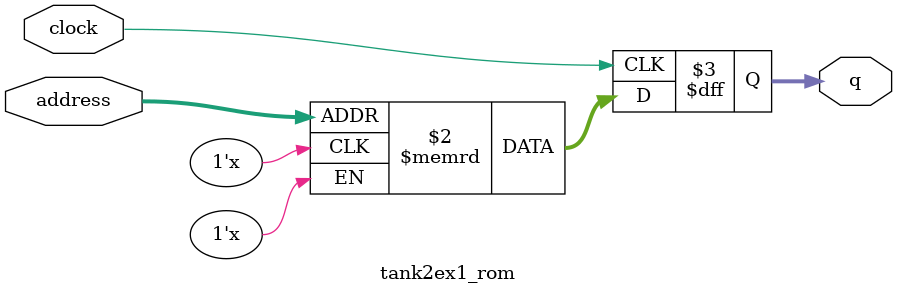
<source format=sv>
module tank2ex1_rom (
	input logic clock,
	input logic [9:0] address,
	output logic [3:0] q
);

logic [3:0] memory [0:1023] /* synthesis ram_init_file = "./tank2ex1/tank2ex1.mif" */;

always_ff @ (posedge clock) begin
	q <= memory[address];
end

endmodule

</source>
